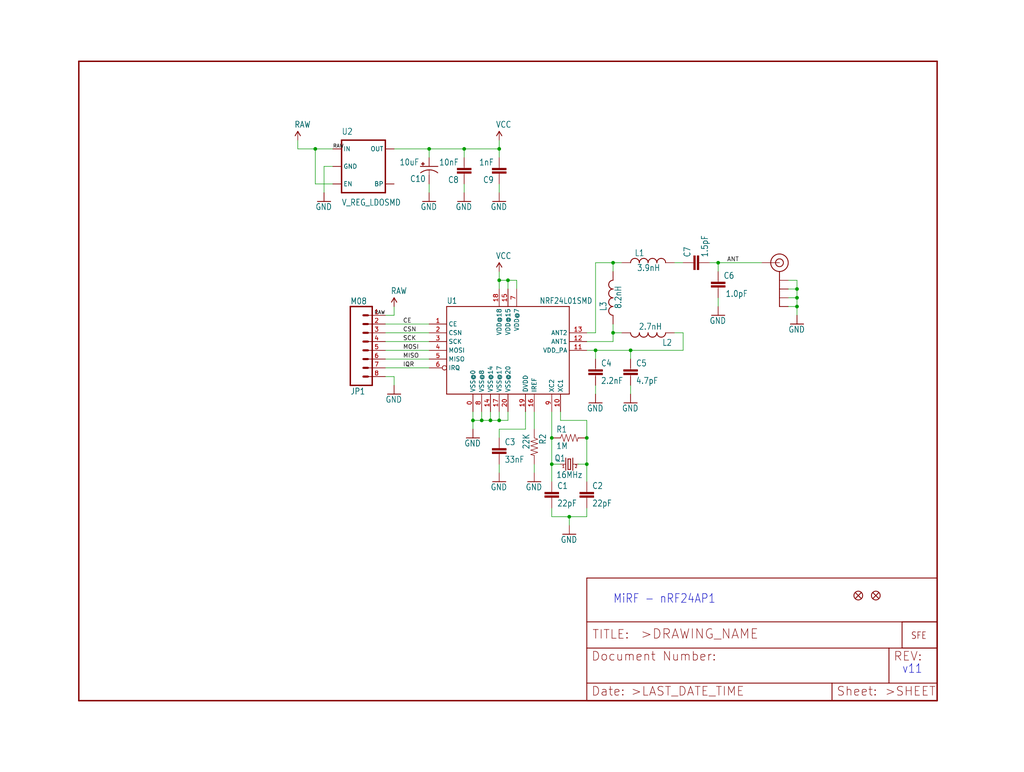
<source format=kicad_sch>
(kicad_sch (version 20211123) (generator eeschema)
  (paper "User" 297.002 223.926)
  (lib_symbols
    (symbol "eagleSchem-eagle-import:CAP0402"
      (property "Reference" "C" (at 1.524 2.921 0))
      (property "Value" "CAP0402" (at 1.524 -2.159 0))
      (symbol "CAP0402_1_0"
        (rectangle (start -2.032 0.508) (end 2.032 1.016) (fill (type outline)))
        (rectangle (start -2.032 1.524) (end 2.032 2.032) (fill (type outline)))
        (polyline (pts (xy 0 0) (xy 0 0.508)) (stroke (width 0.1524)))
        (polyline (pts (xy 0 2.54) (xy 0 2.032)) (stroke (width 0.1524)))
        (pin passive line (at 0 5.08 270) (length 2.54) (name "1") (number "1"))
        (pin passive line (at 0 -2.54 90) (length 2.54) (name "2") (number "2"))
      )
    )
    (symbol "eagleSchem-eagle-import:CAP_POL1206"
      (property "Reference" "C" (at 1.016 0.635 0))
      (property "Value" "CAP_POL1206" (at 1.016 -4.191 0))
      (symbol "CAP_POL1206_1_0"
        (rectangle (start -2.253 0.668) (end -1.364 0.795) (fill (type outline)))
        (rectangle (start -1.872 0.287) (end -1.745 1.176) (fill (type outline)))
        (arc (start 0 -1.0161) (mid -1.3021 -1.2302) (end -2.4669 -1.8504) (stroke (width 0.254)))
        (polyline (pts (xy -2.54 0) (xy 2.54 0)) (stroke (width 0.254)))
        (polyline (pts (xy 0 -1.016) (xy 0 -2.54)) (stroke (width 0.1524)))
        (arc (start 2.4892 -1.8542) (mid 1.3158 -1.2195) (end 0 -1) (stroke (width 0.254)))
        (pin passive line (at 0 2.54 270) (length 2.54) (name "+") (number "A"))
        (pin passive line (at 0 -5.08 90) (length 2.54) (name "-") (number "C"))
      )
    )
    (symbol "eagleSchem-eagle-import:CRYSTAL5X3"
      (property "Reference" "Q" (at 2.54 1.016 0))
      (property "Value" "CRYSTAL5X3" (at 2.54 -2.54 0))
      (symbol "CRYSTAL5X3_1_0"
        (polyline (pts (xy -2.54 0) (xy -1.016 0)) (stroke (width 0.1524)))
        (polyline (pts (xy -1.016 1.778) (xy -1.016 -1.778)) (stroke (width 0.254)))
        (polyline (pts (xy -0.381 -1.524) (xy 0.381 -1.524)) (stroke (width 0.254)))
        (polyline (pts (xy -0.381 1.524) (xy -0.381 -1.524)) (stroke (width 0.254)))
        (polyline (pts (xy 0.381 -1.524) (xy 0.381 1.524)) (stroke (width 0.254)))
        (polyline (pts (xy 0.381 1.524) (xy -0.381 1.524)) (stroke (width 0.254)))
        (polyline (pts (xy 1.016 0) (xy 2.54 0)) (stroke (width 0.1524)))
        (polyline (pts (xy 1.016 1.778) (xy 1.016 -1.778)) (stroke (width 0.254)))
        (text "1" (at -2.159 -1.143 0) (effects (font (size 0.8636 0.734)) (justify left bottom)))
        (text "2" (at 1.524 -1.143 0) (effects (font (size 0.8636 0.734)) (justify left bottom)))
        (pin passive line (at -2.54 0 0) (length 0) (name "1") (number "1"))
        (pin passive line (at 2.54 0 180) (length 0) (name "2") (number "3"))
      )
    )
    (symbol "eagleSchem-eagle-import:FIDUCIALUFIDUCIAL"
      (symbol "FIDUCIALUFIDUCIAL_1_0"
        (polyline (pts (xy -0.762 0.762) (xy 0.762 -0.762)) (stroke (width 0.254)))
        (polyline (pts (xy 0.762 0.762) (xy -0.762 -0.762)) (stroke (width 0.254)))
        (circle (center 0 0) (radius 1.27) (stroke (width 0.254)))
      )
    )
    (symbol "eagleSchem-eagle-import:FRAME-LETTER"
      (symbol "FRAME-LETTER_1_0"
        (polyline (pts (xy 0 0) (xy 248.92 0)) (stroke (width 0.4064)))
        (polyline (pts (xy 0 185.42) (xy 0 0)) (stroke (width 0.4064)))
        (polyline (pts (xy 0 185.42) (xy 248.92 185.42)) (stroke (width 0.4064)))
        (polyline (pts (xy 248.92 185.42) (xy 248.92 0)) (stroke (width 0.4064)))
      )
      (symbol "FRAME-LETTER_2_0"
        (polyline (pts (xy 0 0) (xy 0 5.08)) (stroke (width 0.254)))
        (polyline (pts (xy 0 0) (xy 71.12 0)) (stroke (width 0.254)))
        (polyline (pts (xy 0 5.08) (xy 0 15.24)) (stroke (width 0.254)))
        (polyline (pts (xy 0 5.08) (xy 71.12 5.08)) (stroke (width 0.254)))
        (polyline (pts (xy 0 15.24) (xy 0 22.86)) (stroke (width 0.254)))
        (polyline (pts (xy 0 22.86) (xy 0 35.56)) (stroke (width 0.254)))
        (polyline (pts (xy 0 22.86) (xy 101.6 22.86)) (stroke (width 0.254)))
        (polyline (pts (xy 71.12 0) (xy 101.6 0)) (stroke (width 0.254)))
        (polyline (pts (xy 71.12 5.08) (xy 71.12 0)) (stroke (width 0.254)))
        (polyline (pts (xy 71.12 5.08) (xy 87.63 5.08)) (stroke (width 0.254)))
        (polyline (pts (xy 87.63 5.08) (xy 101.6 5.08)) (stroke (width 0.254)))
        (polyline (pts (xy 87.63 15.24) (xy 0 15.24)) (stroke (width 0.254)))
        (polyline (pts (xy 87.63 15.24) (xy 87.63 5.08)) (stroke (width 0.254)))
        (polyline (pts (xy 101.6 5.08) (xy 101.6 0)) (stroke (width 0.254)))
        (polyline (pts (xy 101.6 15.24) (xy 87.63 15.24)) (stroke (width 0.254)))
        (polyline (pts (xy 101.6 15.24) (xy 101.6 5.08)) (stroke (width 0.254)))
        (polyline (pts (xy 101.6 22.86) (xy 101.6 15.24)) (stroke (width 0.254)))
        (polyline (pts (xy 101.6 35.56) (xy 0 35.56)) (stroke (width 0.254)))
        (polyline (pts (xy 101.6 35.56) (xy 101.6 22.86)) (stroke (width 0.254)))
        (text ">DRAWING_NAME" (at 15.494 17.78 0) (effects (font (size 2.7432 2.7432)) (justify left bottom)))
        (text ">LAST_DATE_TIME" (at 12.7 1.27 0) (effects (font (size 2.54 2.54)) (justify left bottom)))
        (text ">SHEET" (at 86.36 1.27 0) (effects (font (size 2.54 2.54)) (justify left bottom)))
        (text "Date:" (at 1.27 1.27 0) (effects (font (size 2.54 2.54)) (justify left bottom)))
        (text "Document Number:" (at 1.27 11.43 0) (effects (font (size 2.54 2.54)) (justify left bottom)))
        (text "REV:" (at 88.9 11.43 0) (effects (font (size 2.54 2.54)) (justify left bottom)))
        (text "Sheet:" (at 72.39 1.27 0) (effects (font (size 2.54 2.54)) (justify left bottom)))
        (text "TITLE:" (at 1.524 17.78 0) (effects (font (size 2.54 2.54)) (justify left bottom)))
      )
    )
    (symbol "eagleSchem-eagle-import:GND" (power)
      (property "Value" "GND" (at -2.54 -2.54 0))
      (symbol "GND_1_0"
        (polyline (pts (xy -1.905 0) (xy 1.905 0)) (stroke (width 0.254)))
        (pin power_in line (at 0 2.54 270) (length 2.54) (name "GND") (number "1"))
      )
    )
    (symbol "eagleSchem-eagle-import:INDUCTOR0402"
      (property "Value" "INDUCTOR0402" (at 2.54 -5.08 0))
      (symbol "INDUCTOR0402_1_0"
        (arc (start 0 -5.08) (mid 0.898 -4.708) (end 1.27 -3.81) (stroke (width 0.254)))
        (arc (start 0 -2.54) (mid 0.898 -2.168) (end 1.27 -1.27) (stroke (width 0.254)))
        (arc (start 0 0) (mid 0.898 0.372) (end 1.27 1.27) (stroke (width 0.254)))
        (arc (start 0 2.54) (mid 0.898 2.912) (end 1.27 3.81) (stroke (width 0.254)))
        (arc (start 1.27 -3.81) (mid 0.898 -2.912) (end 0 -2.54) (stroke (width 0.254)))
        (arc (start 1.27 -1.27) (mid 0.898 -0.372) (end 0 0) (stroke (width 0.254)))
        (arc (start 1.27 1.27) (mid 0.898 2.168) (end 0 2.54) (stroke (width 0.254)))
        (arc (start 1.27 3.81) (mid 0.898 4.708) (end 0 5.08) (stroke (width 0.254)))
        (pin passive line (at 0 7.62 270) (length 2.54) (name "1") (number "1"))
        (pin passive line (at 0 -7.62 90) (length 2.54) (name "2") (number "2"))
      )
    )
    (symbol "eagleSchem-eagle-import:LOGO-SFENEW"
      (symbol "LOGO-SFENEW_1_0"
        (polyline (pts (xy -2.54 -2.54) (xy 7.62 -2.54)) (stroke (width 0.254)))
        (polyline (pts (xy -2.54 5.08) (xy -2.54 -2.54)) (stroke (width 0.254)))
        (polyline (pts (xy 7.62 -2.54) (xy 7.62 5.08)) (stroke (width 0.254)))
        (polyline (pts (xy 7.62 5.08) (xy -2.54 5.08)) (stroke (width 0.254)))
        (text "SFE" (at 0 0 0) (effects (font (size 1.9304 1.6408)) (justify left bottom)))
      )
    )
    (symbol "eagleSchem-eagle-import:M08"
      (property "Reference" "JP" (at -5.08 13.462 0))
      (property "Value" "M08" (at -5.08 -12.7 0))
      (symbol "M08_1_0"
        (polyline (pts (xy -5.08 12.7) (xy -5.08 -10.16)) (stroke (width 0.4064)))
        (polyline (pts (xy -5.08 12.7) (xy 1.27 12.7)) (stroke (width 0.4064)))
        (polyline (pts (xy -1.27 -7.62) (xy 0 -7.62)) (stroke (width 0.6096)))
        (polyline (pts (xy -1.27 -5.08) (xy 0 -5.08)) (stroke (width 0.6096)))
        (polyline (pts (xy -1.27 -2.54) (xy 0 -2.54)) (stroke (width 0.6096)))
        (polyline (pts (xy -1.27 0) (xy 0 0)) (stroke (width 0.6096)))
        (polyline (pts (xy -1.27 2.54) (xy 0 2.54)) (stroke (width 0.6096)))
        (polyline (pts (xy -1.27 5.08) (xy 0 5.08)) (stroke (width 0.6096)))
        (polyline (pts (xy -1.27 7.62) (xy 0 7.62)) (stroke (width 0.6096)))
        (polyline (pts (xy -1.27 10.16) (xy 0 10.16)) (stroke (width 0.6096)))
        (polyline (pts (xy 1.27 -10.16) (xy -5.08 -10.16)) (stroke (width 0.4064)))
        (polyline (pts (xy 1.27 -10.16) (xy 1.27 12.7)) (stroke (width 0.4064)))
        (pin passive line (at 5.08 -7.62 180) (length 5.08) (name "1") (number "1"))
        (pin passive line (at 5.08 -5.08 180) (length 5.08) (name "2") (number "2"))
        (pin passive line (at 5.08 -2.54 180) (length 5.08) (name "3") (number "3"))
        (pin passive line (at 5.08 0 180) (length 5.08) (name "4") (number "4"))
        (pin passive line (at 5.08 2.54 180) (length 5.08) (name "5") (number "5"))
        (pin passive line (at 5.08 5.08 180) (length 5.08) (name "6") (number "6"))
        (pin passive line (at 5.08 7.62 180) (length 5.08) (name "7") (number "7"))
        (pin passive line (at 5.08 10.16 180) (length 5.08) (name "8") (number "8"))
      )
    )
    (symbol "eagleSchem-eagle-import:NRF24L01SMD"
      (property "Value" "NRF24L01SMD" (at 9.144 13.462 0))
      (symbol "NRF24L01SMD_1_0"
        (polyline (pts (xy -17.78 -12.7) (xy -17.78 12.7)) (stroke (width 0.254)))
        (polyline (pts (xy -17.78 12.7) (xy 17.78 12.7)) (stroke (width 0.254)))
        (polyline (pts (xy 17.78 -12.7) (xy -17.78 -12.7)) (stroke (width 0.254)))
        (polyline (pts (xy 17.78 12.7) (xy 17.78 -12.7)) (stroke (width 0.254)))
        (pin power_in line (at -10.16 -17.78 90) (length 5.08) (name "VSS@0") (number "0"))
        (pin input line (at -22.86 7.62 0) (length 5.08) (name "CE") (number "1"))
        (pin input line (at 15.24 -17.78 90) (length 5.08) (name "XC1") (number "10"))
        (pin power_in line (at 22.86 0 180) (length 5.08) (name "VDD_PA") (number "11"))
        (pin output line (at 22.86 2.54 180) (length 5.08) (name "ANT1") (number "12"))
        (pin output line (at 22.86 5.08 180) (length 5.08) (name "ANT2") (number "13"))
        (pin power_in line (at -5.08 -17.78 90) (length 5.08) (name "VSS@14") (number "14"))
        (pin power_in line (at 0 17.78 270) (length 5.08) (name "VDD@15") (number "15"))
        (pin input line (at 7.62 -17.78 90) (length 5.08) (name "IREF") (number "16"))
        (pin power_in line (at -2.54 -17.78 90) (length 5.08) (name "VSS@17") (number "17"))
        (pin power_in line (at -2.54 17.78 270) (length 5.08) (name "VDD@18") (number "18"))
        (pin power_in line (at 5.08 -17.78 90) (length 5.08) (name "DVDD") (number "19"))
        (pin input line (at -22.86 5.08 0) (length 5.08) (name "CSN") (number "2"))
        (pin power_in line (at 0 -17.78 90) (length 5.08) (name "VSS@20") (number "20"))
        (pin input line (at -22.86 2.54 0) (length 5.08) (name "SCK") (number "3"))
        (pin input line (at -22.86 0 0) (length 5.08) (name "MOSI") (number "4"))
        (pin output line (at -22.86 -2.54 0) (length 5.08) (name "MISO") (number "5"))
        (pin output inverted (at -22.86 -5.08 0) (length 5.08) (name "IRQ") (number "6"))
        (pin power_in line (at 2.54 17.78 270) (length 5.08) (name "VDD@7") (number "7"))
        (pin power_in line (at -7.62 -17.78 90) (length 5.08) (name "VSS@8") (number "8"))
        (pin input line (at 12.7 -17.78 90) (length 5.08) (name "XC2") (number "9"))
      )
    )
    (symbol "eagleSchem-eagle-import:RESISTOR0402"
      (property "Reference" "R" (at -3.81 1.4986 0))
      (property "Value" "RESISTOR0402" (at -3.81 -3.302 0))
      (symbol "RESISTOR0402_1_0"
        (polyline (pts (xy -2.54 0) (xy -2.159 1.016)) (stroke (width 0.1524)))
        (polyline (pts (xy -2.159 1.016) (xy -1.524 -1.016)) (stroke (width 0.1524)))
        (polyline (pts (xy -1.524 -1.016) (xy -0.889 1.016)) (stroke (width 0.1524)))
        (polyline (pts (xy -0.889 1.016) (xy -0.254 -1.016)) (stroke (width 0.1524)))
        (polyline (pts (xy -0.254 -1.016) (xy 0.381 1.016)) (stroke (width 0.1524)))
        (polyline (pts (xy 0.381 1.016) (xy 1.016 -1.016)) (stroke (width 0.1524)))
        (polyline (pts (xy 1.016 -1.016) (xy 1.651 1.016)) (stroke (width 0.1524)))
        (polyline (pts (xy 1.651 1.016) (xy 2.286 -1.016)) (stroke (width 0.1524)))
        (polyline (pts (xy 2.286 -1.016) (xy 2.54 0)) (stroke (width 0.1524)))
        (pin passive line (at -5.08 0 0) (length 2.54) (name "1") (number "1"))
        (pin passive line (at 5.08 0 180) (length 2.54) (name "2") (number "2"))
      )
    )
    (symbol "eagleSchem-eagle-import:SMA_EDGE"
      (symbol "SMA_EDGE_1_0"
        (polyline (pts (xy 0 -2.54) (xy 0 -12.7)) (stroke (width 0.254)))
        (circle (center 0 0) (radius 1.1359) (stroke (width 0.254)))
        (circle (center 0 0) (radius 2.54) (stroke (width 0.254)))
        (pin bidirectional line (at -2.54 -5.08 0) (length 2.54) (name "GND@0") (number "GND@0"))
        (pin bidirectional line (at -2.54 -7.62 0) (length 2.54) (name "GND@1") (number "GND@1"))
        (pin bidirectional line (at -2.54 -10.16 0) (length 2.54) (name "GND@2") (number "GND@2"))
        (pin bidirectional line (at -2.54 -12.7 0) (length 2.54) (name "GND@3") (number "GND@3"))
        (pin bidirectional line (at 5.08 0 180) (length 5.08) (name "SIGNAL") (number "SIG"))
      )
    )
    (symbol "eagleSchem-eagle-import:VCC" (power)
      (property "Value" "VCC" (at -1.016 3.556 0))
      (symbol "VCC_1_0"
        (polyline (pts (xy 0 2.54) (xy -0.762 1.27)) (stroke (width 0.254)))
        (polyline (pts (xy 0.762 1.27) (xy 0 2.54)) (stroke (width 0.254)))
        (pin power_in line (at 0 0 90) (length 2.54) (name "VCC") (number "1"))
      )
    )
    (symbol "eagleSchem-eagle-import:V_REG_LDOSMD"
      (property "Value" "V_REG_LDOSMD" (at -7.62 -11.43 0))
      (symbol "V_REG_LDOSMD_1_0"
        (polyline (pts (xy -7.62 -7.62) (xy 5.08 -7.62)) (stroke (width 0.4064)))
        (polyline (pts (xy -7.62 7.62) (xy -7.62 -7.62)) (stroke (width 0.4064)))
        (polyline (pts (xy 5.08 -7.62) (xy 5.08 7.62)) (stroke (width 0.4064)))
        (polyline (pts (xy 5.08 7.62) (xy -7.62 7.62)) (stroke (width 0.4064)))
        (pin input line (at -10.16 5.08 0) (length 2.54) (name "IN") (number "1"))
        (pin input line (at -10.16 0 0) (length 2.54) (name "GND") (number "2"))
        (pin input line (at -10.16 -5.08 0) (length 2.54) (name "EN") (number "3"))
        (pin input line (at 7.62 -5.08 180) (length 2.54) (name "BP") (number "4"))
        (pin passive line (at 7.62 5.08 180) (length 2.54) (name "OUT") (number "5"))
      )
    )
  )
  (junction (at 208.28 76.2))
  (junction (at 124.46 43.18))
  (junction (at 134.62 43.18))
  (junction (at 170.18 127))
  (junction (at 147.32 81.28))
  (junction (at 177.8 76.2))
  (junction (at 231.14 88.9))
  (junction (at 165.1 149.86))
  (junction (at 172.72 101.6))
  (junction (at 231.14 83.82))
  (junction (at 231.14 86.36))
  (junction (at 142.24 121.92))
  (junction (at 144.78 121.92))
  (junction (at 160.02 127))
  (junction (at 170.18 134.62))
  (junction (at 160.02 134.62))
  (junction (at 139.7 121.92))
  (junction (at 91.44 43.18))
  (junction (at 144.78 43.18))
  (junction (at 177.8 96.52))
  (junction (at 137.16 121.92))
  (junction (at 144.78 81.28))
  (junction (at 182.88 101.6))
  (wire (pts (xy 170.18 147.32) (xy 170.18 149.86)))
  (wire (pts (xy 228.6 83.82) (xy 231.14 83.82)))
  (wire (pts (xy 144.78 40.64) (xy 144.78 43.18)))
  (wire (pts (xy 170.18 127) (xy 170.18 134.62)))
  (wire (pts (xy 170.18 101.6) (xy 172.72 101.6)))
  (wire (pts (xy 160.02 149.86) (xy 160.02 147.32)))
  (wire (pts (xy 144.78 83.82) (xy 144.78 81.28)))
  (wire (pts (xy 160.02 134.62) (xy 162.56 134.62)))
  (wire (pts (xy 137.16 124.46) (xy 137.16 121.92)))
  (wire (pts (xy 198.12 96.52) (xy 195.58 96.52)))
  (wire (pts (xy 170.18 134.62) (xy 170.18 139.7)))
  (wire (pts (xy 172.72 114.3) (xy 172.72 111.76)))
  (wire (pts (xy 147.32 83.82) (xy 147.32 81.28)))
  (wire (pts (xy 111.76 91.44) (xy 114.3 91.44)))
  (wire (pts (xy 124.46 43.18) (xy 134.62 43.18)))
  (wire (pts (xy 114.3 91.44) (xy 114.3 88.9)))
  (wire (pts (xy 96.52 48.26) (xy 93.98 48.26)))
  (wire (pts (xy 231.14 81.28) (xy 231.14 83.82)))
  (wire (pts (xy 144.78 127) (xy 144.78 124.46)))
  (wire (pts (xy 111.76 106.68) (xy 124.46 106.68)))
  (wire (pts (xy 231.14 86.36) (xy 231.14 88.9)))
  (wire (pts (xy 147.32 121.92) (xy 144.78 121.92)))
  (wire (pts (xy 172.72 76.2) (xy 177.8 76.2)))
  (wire (pts (xy 147.32 81.28) (xy 149.86 81.28)))
  (wire (pts (xy 147.32 81.28) (xy 144.78 81.28)))
  (wire (pts (xy 228.6 86.36) (xy 231.14 86.36)))
  (wire (pts (xy 177.8 99.06) (xy 177.8 96.52)))
  (wire (pts (xy 152.4 124.46) (xy 152.4 119.38)))
  (wire (pts (xy 111.76 109.22) (xy 114.3 109.22)))
  (wire (pts (xy 149.86 81.28) (xy 149.86 83.82)))
  (wire (pts (xy 182.88 104.14) (xy 182.88 101.6)))
  (wire (pts (xy 142.24 119.38) (xy 142.24 121.92)))
  (wire (pts (xy 165.1 149.86) (xy 165.1 152.4)))
  (wire (pts (xy 195.58 76.2) (xy 198.12 76.2)))
  (wire (pts (xy 162.56 121.92) (xy 170.18 121.92)))
  (wire (pts (xy 208.28 88.9) (xy 208.28 86.36)))
  (wire (pts (xy 137.16 119.38) (xy 137.16 121.92)))
  (wire (pts (xy 124.46 101.6) (xy 111.76 101.6)))
  (wire (pts (xy 142.24 121.92) (xy 139.7 121.92)))
  (wire (pts (xy 154.94 137.16) (xy 154.94 134.62)))
  (wire (pts (xy 144.78 119.38) (xy 144.78 121.92)))
  (wire (pts (xy 170.18 121.92) (xy 170.18 127)))
  (wire (pts (xy 177.8 78.74) (xy 177.8 76.2)))
  (wire (pts (xy 198.12 101.6) (xy 198.12 96.52)))
  (wire (pts (xy 170.18 134.62) (xy 167.64 134.62)))
  (wire (pts (xy 134.62 43.18) (xy 144.78 43.18)))
  (wire (pts (xy 114.3 43.18) (xy 124.46 43.18)))
  (wire (pts (xy 147.32 119.38) (xy 147.32 121.92)))
  (wire (pts (xy 182.88 101.6) (xy 198.12 101.6)))
  (wire (pts (xy 124.46 99.06) (xy 111.76 99.06)))
  (wire (pts (xy 182.88 114.3) (xy 182.88 111.76)))
  (wire (pts (xy 124.46 96.52) (xy 111.76 96.52)))
  (wire (pts (xy 228.6 88.9) (xy 231.14 88.9)))
  (wire (pts (xy 231.14 83.82) (xy 231.14 86.36)))
  (wire (pts (xy 165.1 149.86) (xy 160.02 149.86)))
  (wire (pts (xy 114.3 109.22) (xy 114.3 111.76)))
  (wire (pts (xy 96.52 43.18) (xy 91.44 43.18)))
  (wire (pts (xy 124.46 93.98) (xy 111.76 93.98)))
  (wire (pts (xy 144.78 124.46) (xy 152.4 124.46)))
  (wire (pts (xy 91.44 43.18) (xy 86.36 43.18)))
  (wire (pts (xy 180.34 96.52) (xy 177.8 96.52)))
  (wire (pts (xy 134.62 55.88) (xy 134.62 53.34)))
  (wire (pts (xy 231.14 88.9) (xy 231.14 91.44)))
  (wire (pts (xy 144.78 55.88) (xy 144.78 53.34)))
  (wire (pts (xy 144.78 137.16) (xy 144.78 134.62)))
  (wire (pts (xy 160.02 134.62) (xy 160.02 139.7)))
  (wire (pts (xy 177.8 76.2) (xy 180.34 76.2)))
  (wire (pts (xy 144.78 81.28) (xy 144.78 78.74)))
  (wire (pts (xy 91.44 53.34) (xy 91.44 43.18)))
  (wire (pts (xy 172.72 101.6) (xy 182.88 101.6)))
  (wire (pts (xy 205.74 76.2) (xy 208.28 76.2)))
  (wire (pts (xy 170.18 149.86) (xy 165.1 149.86)))
  (wire (pts (xy 134.62 43.18) (xy 134.62 45.72)))
  (wire (pts (xy 228.6 81.28) (xy 231.14 81.28)))
  (wire (pts (xy 124.46 45.72) (xy 124.46 43.18)))
  (wire (pts (xy 93.98 48.26) (xy 93.98 55.88)))
  (wire (pts (xy 177.8 96.52) (xy 177.8 93.98)))
  (wire (pts (xy 96.52 53.34) (xy 91.44 53.34)))
  (wire (pts (xy 139.7 121.92) (xy 137.16 121.92)))
  (wire (pts (xy 172.72 104.14) (xy 172.72 101.6)))
  (wire (pts (xy 124.46 104.14) (xy 111.76 104.14)))
  (wire (pts (xy 208.28 76.2) (xy 220.98 76.2)))
  (wire (pts (xy 144.78 121.92) (xy 142.24 121.92)))
  (wire (pts (xy 170.18 99.06) (xy 177.8 99.06)))
  (wire (pts (xy 154.94 119.38) (xy 154.94 124.46)))
  (wire (pts (xy 86.36 43.18) (xy 86.36 40.64)))
  (wire (pts (xy 160.02 127) (xy 160.02 134.62)))
  (wire (pts (xy 160.02 119.38) (xy 160.02 127)))
  (wire (pts (xy 124.46 55.88) (xy 124.46 53.34)))
  (wire (pts (xy 170.18 96.52) (xy 172.72 96.52)))
  (wire (pts (xy 162.56 119.38) (xy 162.56 121.92)))
  (wire (pts (xy 139.7 119.38) (xy 139.7 121.92)))
  (wire (pts (xy 144.78 43.18) (xy 144.78 45.72)))
  (wire (pts (xy 208.28 78.74) (xy 208.28 76.2)))
  (wire (pts (xy 172.72 96.52) (xy 172.72 76.2)))
  (text "MiRF - nRF24AP1" (at 177.8 175.26 180) (effects (font (size 2.54 2.159)) (justify left bottom)))
  (text "v11" (at 261.62 195.58 180) (effects (font (size 2.54 2.159)) (justify left bottom)))
  (label "MISO" (at 116.84 104.14 0) (effects (font (size 1.2446 1.2446))))
  (label "RAW" (at 96.52 43.18 0) (effects (font (size 1.016 1.016))))
  (label "CE" (at 116.84 93.98 0) (effects (font (size 1.2446 1.2446))))
  (label "SCK" (at 116.84 99.06 0) (effects (font (size 1.2446 1.2446))))
  (label "RAW" (at 111.76 91.44 180) (effects (font (size 1.016 1.016))))
  (label "ANT" (at 210.82 76.2 0) (effects (font (size 1.2446 1.2446))))
  (label "CSN" (at 116.84 96.52 0) (effects (font (size 1.2446 1.2446))))
  (label "MOSI" (at 116.84 101.6 0) (effects (font (size 1.2446 1.2446))))
  (label "IQR" (at 116.84 106.68 0) (effects (font (size 1.2446 1.2446))))
  (symbol (lib_id "eagleSchem-eagle-import:RESISTOR0402") (at 165.1 127 0) (unit 1)
    (property "Reference" "R1" (at 161.29 125.5014 0) (effects (font (size 1.778 1.5113)) (justify left bottom)))
    (property "Value" "1M" (at 161.29 130.302 0) (effects (font (size 1.778 1.5113)) (justify left bottom)))
    (property "Footprint" "eagleSchem:C0402" (effects hide))
  )
  (symbol (lib_id "eagleSchem-eagle-import:GND") (at 208.28 91.44 0) (unit 1)
    (property "Reference" "#GND7" (effects hide))
    (property "Value" "GND" (at 205.74 93.98 0) (effects (font (size 1.778 1.5113)) (justify left bottom)))
    (property "Footprint" "eagleSchem:" (effects hide))
  )
  (symbol (lib_id "eagleSchem-eagle-import:VCC") (at 86.36 40.64 0) (unit 1)
    (property "Reference" "#P+5" (effects hide))
    (property "Value" "RAW" (at 85.344 37.084 0) (effects (font (size 1.778 1.5113)) (justify left bottom)))
    (property "Footprint" "eagleSchem:" (effects hide))
  )
  (symbol (lib_id "eagleSchem-eagle-import:INDUCTOR0402") (at 187.96 76.2 90) (unit 1)
    (property "Reference" "L1" (at 186.944 72.39 90) (effects (font (size 1.778 1.5113)) (justify left bottom)))
    (property "Value" "3.9nH" (at 191.516 76.708 90) (effects (font (size 1.778 1.5113)) (justify left bottom)))
    (property "Footprint" "eagleSchem:C0402" (effects hide))
  )
  (symbol (lib_id "eagleSchem-eagle-import:RESISTOR0402") (at 154.94 129.54 270) (unit 1)
    (property "Reference" "R2" (at 156.4386 125.73 0) (effects (font (size 1.778 1.5113)) (justify left bottom)))
    (property "Value" "22K" (at 151.638 125.73 0) (effects (font (size 1.778 1.5113)) (justify left bottom)))
    (property "Footprint" "eagleSchem:C0402" (effects hide))
  )
  (symbol (lib_id "eagleSchem-eagle-import:FIDUCIALUFIDUCIAL") (at 248.92 172.72 0) (unit 1)
    (property "Reference" "FID1" (effects hide))
    (property "Value" "FIDUCIALUFIDUCIAL" (effects hide))
    (property "Footprint" "eagleSchem:MICRO-FIDUCIAL" (effects hide))
  )
  (symbol (lib_id "eagleSchem-eagle-import:V_REG_LDOSMD") (at 106.68 48.26 0) (unit 1)
    (property "Reference" "U2" (at 99.06 39.116 0) (effects (font (size 1.778 1.5113)) (justify left bottom)))
    (property "Value" "V_REG_LDOSMD" (at 99.06 59.69 0) (effects (font (size 1.778 1.5113)) (justify left bottom)))
    (property "Footprint" "eagleSchem:SOT23-5" (effects hide))
  )
  (symbol (lib_id "eagleSchem-eagle-import:CAP0402") (at 144.78 48.26 180) (unit 1)
    (property "Reference" "C9" (at 143.256 51.181 0) (effects (font (size 1.778 1.5113)) (justify left bottom)))
    (property "Value" "1nF" (at 143.256 46.101 0) (effects (font (size 1.778 1.5113)) (justify left bottom)))
    (property "Footprint" "eagleSchem:C0402" (effects hide))
  )
  (symbol (lib_id "eagleSchem-eagle-import:LOGO-SFENEW") (at 264.16 185.42 0) (unit 1)
    (property "Reference" "U$5" (effects hide))
    (property "Value" "LOGO-SFENEW" (effects hide))
    (property "Footprint" "eagleSchem:SFE-NEW-WEBLOGO" (effects hide))
  )
  (symbol (lib_id "eagleSchem-eagle-import:GND") (at 165.1 154.94 0) (unit 1)
    (property "Reference" "#GND1" (effects hide))
    (property "Value" "GND" (at 162.56 157.48 0) (effects (font (size 1.778 1.5113)) (justify left bottom)))
    (property "Footprint" "eagleSchem:" (effects hide))
  )
  (symbol (lib_id "eagleSchem-eagle-import:CAP0402") (at 208.28 81.28 180) (unit 1)
    (property "Reference" "C6" (at 209.804 80.899 0) (effects (font (size 1.778 1.5113)) (justify right top)))
    (property "Value" "1.0pF" (at 216.916 84.201 0) (effects (font (size 1.778 1.5113)) (justify left bottom)))
    (property "Footprint" "eagleSchem:C0402" (effects hide))
  )
  (symbol (lib_id "eagleSchem-eagle-import:CAP0402") (at 203.2 76.2 90) (unit 1)
    (property "Reference" "C7" (at 200.279 74.676 0) (effects (font (size 1.778 1.5113)) (justify left bottom)))
    (property "Value" "1.5pF" (at 205.359 74.676 0) (effects (font (size 1.778 1.5113)) (justify left bottom)))
    (property "Footprint" "eagleSchem:C0402" (effects hide))
  )
  (symbol (lib_id "eagleSchem-eagle-import:GND") (at 93.98 58.42 0) (unit 1)
    (property "Reference" "#GND11" (effects hide))
    (property "Value" "GND" (at 91.44 60.96 0) (effects (font (size 1.778 1.5113)) (justify left bottom)))
    (property "Footprint" "eagleSchem:" (effects hide))
  )
  (symbol (lib_id "eagleSchem-eagle-import:CAP0402") (at 182.88 109.22 0) (unit 1)
    (property "Reference" "C5" (at 184.404 106.299 0) (effects (font (size 1.778 1.5113)) (justify left bottom)))
    (property "Value" "4.7pF" (at 184.404 111.379 0) (effects (font (size 1.778 1.5113)) (justify left bottom)))
    (property "Footprint" "eagleSchem:C0402" (effects hide))
  )
  (symbol (lib_id "eagleSchem-eagle-import:CAP0402") (at 160.02 144.78 0) (unit 1)
    (property "Reference" "C1" (at 161.544 141.859 0) (effects (font (size 1.778 1.5113)) (justify left bottom)))
    (property "Value" "22pF" (at 161.544 146.939 0) (effects (font (size 1.778 1.5113)) (justify left bottom)))
    (property "Footprint" "eagleSchem:C0402" (effects hide))
  )
  (symbol (lib_id "eagleSchem-eagle-import:GND") (at 154.94 139.7 0) (unit 1)
    (property "Reference" "#GND2" (effects hide))
    (property "Value" "GND" (at 152.4 142.24 0) (effects (font (size 1.778 1.5113)) (justify left bottom)))
    (property "Footprint" "eagleSchem:" (effects hide))
  )
  (symbol (lib_id "eagleSchem-eagle-import:SMA_EDGE") (at 226.06 76.2 0) (mirror y) (unit 1)
    (property "Reference" "J$1" (effects hide))
    (property "Value" "SMA_EDGE" (effects hide))
    (property "Footprint" "eagleSchem:SMA-EDGE" (effects hide))
  )
  (symbol (lib_id "eagleSchem-eagle-import:GND") (at 182.88 116.84 0) (unit 1)
    (property "Reference" "#GND6" (effects hide))
    (property "Value" "GND" (at 180.34 119.38 0) (effects (font (size 1.778 1.5113)) (justify left bottom)))
    (property "Footprint" "eagleSchem:" (effects hide))
  )
  (symbol (lib_id "eagleSchem-eagle-import:NRF24L01SMD") (at 147.32 101.6 0) (unit 1)
    (property "Reference" "U1" (at 129.54 88.138 0) (effects (font (size 1.6764 1.4249)) (justify left bottom)))
    (property "Value" "NRF24L01SMD" (at 156.464 88.138 0) (effects (font (size 1.6764 1.4249)) (justify left bottom)))
    (property "Footprint" "eagleSchem:QFN20" (effects hide))
  )
  (symbol (lib_id "eagleSchem-eagle-import:GND") (at 124.46 58.42 0) (unit 1)
    (property "Reference" "#GND12" (effects hide))
    (property "Value" "GND" (at 121.92 60.96 0) (effects (font (size 1.778 1.5113)) (justify left bottom)))
    (property "Footprint" "eagleSchem:" (effects hide))
  )
  (symbol (lib_id "eagleSchem-eagle-import:FRAME-LETTER") (at 170.18 203.2 0) (unit 2)
    (property "Reference" "#FRAME1" (effects hide))
    (property "Value" "FRAME-LETTER" (effects hide))
    (property "Footprint" "eagleSchem:" (effects hide))
  )
  (symbol (lib_id "eagleSchem-eagle-import:M08") (at 106.68 99.06 0) (mirror x) (unit 1)
    (property "Reference" "JP1" (at 101.6 112.522 0) (effects (font (size 1.778 1.5113)) (justify left bottom)))
    (property "Value" "M08" (at 101.6 86.36 0) (effects (font (size 1.778 1.5113)) (justify left bottom)))
    (property "Footprint" "eagleSchem:1X08" (effects hide))
  )
  (symbol (lib_id "eagleSchem-eagle-import:VCC") (at 144.78 40.64 0) (unit 1)
    (property "Reference" "#P+2" (effects hide))
    (property "Value" "VCC" (at 143.764 37.084 0) (effects (font (size 1.778 1.5113)) (justify left bottom)))
    (property "Footprint" "eagleSchem:" (effects hide))
  )
  (symbol (lib_id "eagleSchem-eagle-import:CAP0402") (at 134.62 48.26 180) (unit 1)
    (property "Reference" "C8" (at 133.096 51.181 0) (effects (font (size 1.778 1.5113)) (justify left bottom)))
    (property "Value" "10nF" (at 133.096 46.101 0) (effects (font (size 1.778 1.5113)) (justify left bottom)))
    (property "Footprint" "eagleSchem:C0402" (effects hide))
  )
  (symbol (lib_id "eagleSchem-eagle-import:GND") (at 137.16 127 0) (unit 1)
    (property "Reference" "#GND10" (effects hide))
    (property "Value" "GND" (at 134.62 129.54 0) (effects (font (size 1.778 1.5113)) (justify left bottom)))
    (property "Footprint" "eagleSchem:" (effects hide))
  )
  (symbol (lib_id "eagleSchem-eagle-import:VCC") (at 114.3 88.9 0) (unit 1)
    (property "Reference" "#P+6" (effects hide))
    (property "Value" "RAW" (at 113.284 85.344 0) (effects (font (size 1.778 1.5113)) (justify left bottom)))
    (property "Footprint" "eagleSchem:" (effects hide))
  )
  (symbol (lib_id "eagleSchem-eagle-import:CAP0402") (at 172.72 109.22 0) (unit 1)
    (property "Reference" "C4" (at 174.244 106.299 0) (effects (font (size 1.778 1.5113)) (justify left bottom)))
    (property "Value" "2.2nF" (at 174.244 111.379 0) (effects (font (size 1.778 1.5113)) (justify left bottom)))
    (property "Footprint" "eagleSchem:C0402" (effects hide))
  )
  (symbol (lib_id "eagleSchem-eagle-import:GND") (at 144.78 58.42 0) (unit 1)
    (property "Reference" "#GND8" (effects hide))
    (property "Value" "GND" (at 142.24 60.96 0) (effects (font (size 1.778 1.5113)) (justify left bottom)))
    (property "Footprint" "eagleSchem:" (effects hide))
  )
  (symbol (lib_id "eagleSchem-eagle-import:GND") (at 172.72 116.84 0) (unit 1)
    (property "Reference" "#GND5" (effects hide))
    (property "Value" "GND" (at 170.18 119.38 0) (effects (font (size 1.778 1.5113)) (justify left bottom)))
    (property "Footprint" "eagleSchem:" (effects hide))
  )
  (symbol (lib_id "eagleSchem-eagle-import:INDUCTOR0402") (at 187.96 96.52 270) (unit 1)
    (property "Reference" "L2" (at 192.024 100.33 90) (effects (font (size 1.778 1.5113)) (justify left bottom)))
    (property "Value" "2.7nH" (at 192.024 93.726 90) (effects (font (size 1.778 1.5113)) (justify right top)))
    (property "Footprint" "eagleSchem:C0402" (effects hide))
  )
  (symbol (lib_id "eagleSchem-eagle-import:GND") (at 231.14 93.98 0) (unit 1)
    (property "Reference" "#GND13" (effects hide))
    (property "Value" "GND" (at 228.6 96.52 0) (effects (font (size 1.778 1.5113)) (justify left bottom)))
    (property "Footprint" "eagleSchem:" (effects hide))
  )
  (symbol (lib_id "eagleSchem-eagle-import:CRYSTAL5X3") (at 165.1 134.62 0) (unit 1)
    (property "Reference" "Q1" (at 160.782 133.858 0) (effects (font (size 1.778 1.5113)) (justify left bottom)))
    (property "Value" "16MHz" (at 161.29 138.684 0) (effects (font (size 1.778 1.5113)) (justify left bottom)))
    (property "Footprint" "eagleSchem:CRYSTAL-SMD-5X3" (effects hide))
  )
  (symbol (lib_id "eagleSchem-eagle-import:VCC") (at 144.78 78.74 0) (unit 1)
    (property "Reference" "#P+3" (effects hide))
    (property "Value" "VCC" (at 143.764 75.184 0) (effects (font (size 1.778 1.5113)) (justify left bottom)))
    (property "Footprint" "eagleSchem:" (effects hide))
  )
  (symbol (lib_id "eagleSchem-eagle-import:INDUCTOR0402") (at 177.8 86.36 180) (unit 1)
    (property "Reference" "L3" (at 173.99 87.376 90) (effects (font (size 1.778 1.5113)) (justify left bottom)))
    (property "Value" "8.2nH" (at 178.308 82.804 90) (effects (font (size 1.778 1.5113)) (justify left bottom)))
    (property "Footprint" "eagleSchem:C0402" (effects hide))
  )
  (symbol (lib_id "eagleSchem-eagle-import:CAP_POL1206") (at 124.46 48.26 0) (unit 1)
    (property "Reference" "C10" (at 118.872 52.832 0) (effects (font (size 1.778 1.5113)) (justify left bottom)))
    (property "Value" "10uF" (at 115.824 48.006 0) (effects (font (size 1.778 1.5113)) (justify left bottom)))
    (property "Footprint" "eagleSchem:EIA3216" (effects hide))
  )
  (symbol (lib_id "eagleSchem-eagle-import:FIDUCIALUFIDUCIAL") (at 254 172.72 0) (unit 1)
    (property "Reference" "FID2" (effects hide))
    (property "Value" "FIDUCIALUFIDUCIAL" (effects hide))
    (property "Footprint" "eagleSchem:MICRO-FIDUCIAL" (effects hide))
  )
  (symbol (lib_id "eagleSchem-eagle-import:CAP0402") (at 170.18 144.78 0) (unit 1)
    (property "Reference" "C2" (at 171.704 141.859 0) (effects (font (size 1.778 1.5113)) (justify left bottom)))
    (property "Value" "22pF" (at 171.704 146.939 0) (effects (font (size 1.778 1.5113)) (justify left bottom)))
    (property "Footprint" "eagleSchem:C0402" (effects hide))
  )
  (symbol (lib_id "eagleSchem-eagle-import:GND") (at 144.78 139.7 0) (unit 1)
    (property "Reference" "#GND3" (effects hide))
    (property "Value" "GND" (at 142.24 142.24 0) (effects (font (size 1.778 1.5113)) (justify left bottom)))
    (property "Footprint" "eagleSchem:" (effects hide))
  )
  (symbol (lib_id "eagleSchem-eagle-import:CAP0402") (at 144.78 132.08 0) (unit 1)
    (property "Reference" "C3" (at 146.304 129.159 0) (effects (font (size 1.778 1.5113)) (justify left bottom)))
    (property "Value" "33nF" (at 146.304 134.239 0) (effects (font (size 1.778 1.5113)) (justify left bottom)))
    (property "Footprint" "eagleSchem:C0402" (effects hide))
  )
  (symbol (lib_id "eagleSchem-eagle-import:FRAME-LETTER") (at 22.86 203.2 0) (unit 1)
    (property "Reference" "#FRAME1" (effects hide))
    (property "Value" "FRAME-LETTER" (effects hide))
    (property "Footprint" "eagleSchem:" (effects hide))
  )
  (symbol (lib_id "eagleSchem-eagle-import:GND") (at 134.62 58.42 0) (unit 1)
    (property "Reference" "#GND9" (effects hide))
    (property "Value" "GND" (at 132.08 60.96 0) (effects (font (size 1.778 1.5113)) (justify left bottom)))
    (property "Footprint" "eagleSchem:" (effects hide))
  )
  (symbol (lib_id "eagleSchem-eagle-import:GND") (at 114.3 114.3 0) (unit 1)
    (property "Reference" "#GND4" (effects hide))
    (property "Value" "GND" (at 111.76 116.84 0) (effects (font (size 1.778 1.5113)) (justify left bottom)))
    (property "Footprint" "eagleSchem:" (effects hide))
  )
)
</source>
